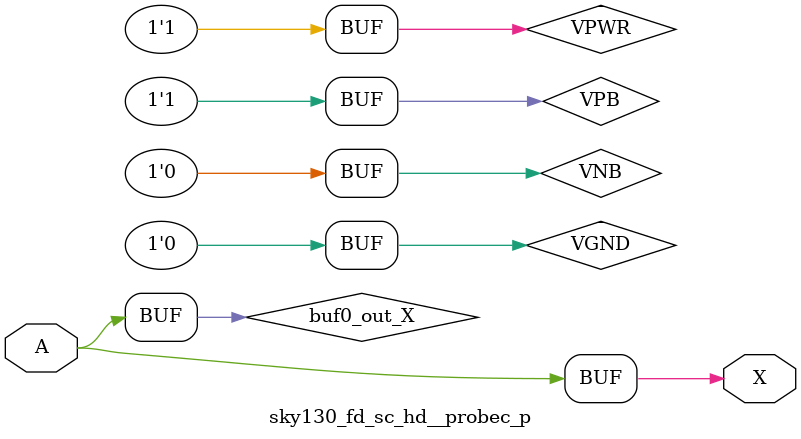
<source format=v>
/*
 * Copyright 2020 The SkyWater PDK Authors
 *
 * Licensed under the Apache License, Version 2.0 (the "License");
 * you may not use this file except in compliance with the License.
 * You may obtain a copy of the License at
 *
 *     https://www.apache.org/licenses/LICENSE-2.0
 *
 * Unless required by applicable law or agreed to in writing, software
 * distributed under the License is distributed on an "AS IS" BASIS,
 * WITHOUT WARRANTIES OR CONDITIONS OF ANY KIND, either express or implied.
 * See the License for the specific language governing permissions and
 * limitations under the License.
 *
 * SPDX-License-Identifier: Apache-2.0
*/


`ifndef SKY130_FD_SC_HD__PROBEC_P_BEHAVIORAL_V
`define SKY130_FD_SC_HD__PROBEC_P_BEHAVIORAL_V

/**
 * probec_p: Virtual current probe point.
 *
 * Verilog simulation functional model.
 */

`timescale 1ns / 1ps
`default_nettype none

`celldefine
module sky130_fd_sc_hd__probec_p (
    X,
    A
);

    // Module ports
    output X;
    input  A;

    // Module supplies
    supply1 VPWR;
    supply0 VGND;
    supply1 VPB ;
    supply0 VNB ;

    // Local signals
    wire buf0_out_X;

    //  Name  Output      Other arguments
    buf buf0 (buf0_out_X, A              );
    buf buf1 (X         , buf0_out_X     );

endmodule
`endcelldefine

`default_nettype wire
`endif  // SKY130_FD_SC_HD__PROBEC_P_BEHAVIORAL_V
</source>
